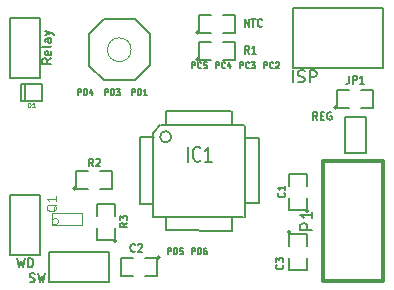
<source format=gto>
G04 (created by PCBNEW (2011-nov-30)-testing) date Sun 23 Sep 2012 15:15:45 EDT*
%MOIN*%
G04 Gerber Fmt 3.4, Leading zero omitted, Abs format*
%FSLAX34Y34*%
G01*
G70*
G90*
G04 APERTURE LIST*
%ADD10C,0.006*%
%ADD11C,0.0039*%
%ADD12C,0.0079*%
%ADD13C,0.005*%
%ADD14C,0.012*%
%ADD15C,0.008*%
%ADD16C,0.0031*%
%ADD17C,0.003*%
G04 APERTURE END LIST*
G54D10*
G54D11*
X53828Y-37772D02*
G75*
G03X53828Y-37772I-395J0D01*
G74*
G01*
G54D12*
X54457Y-37260D02*
X53945Y-36748D01*
X52409Y-37260D02*
X52921Y-36748D01*
X52921Y-38796D02*
X52409Y-38323D01*
X54457Y-37260D02*
X54457Y-38284D01*
X54457Y-38284D02*
X53945Y-38796D01*
X53945Y-36748D02*
X52921Y-36748D01*
X52409Y-37260D02*
X52409Y-38284D01*
X52921Y-38796D02*
X53945Y-38796D01*
G54D10*
X58080Y-42890D02*
X57630Y-42890D01*
X58080Y-40710D02*
X57640Y-40710D01*
X58080Y-42890D02*
X58080Y-40710D01*
X57200Y-43360D02*
X57200Y-43790D01*
X54990Y-43370D02*
X54990Y-43790D01*
X54980Y-43790D02*
X57200Y-43800D01*
X55000Y-39820D02*
X57170Y-39810D01*
X54570Y-40510D02*
X54570Y-43340D01*
X57180Y-39820D02*
X57180Y-40230D01*
X54820Y-40270D02*
X57600Y-40270D01*
X57620Y-43350D02*
X57620Y-40310D01*
X54570Y-43350D02*
X57570Y-43350D01*
X54120Y-40680D02*
X54120Y-42900D01*
X54120Y-42900D02*
X54570Y-42900D01*
X54574Y-40500D02*
X54804Y-40270D01*
X54122Y-40680D02*
X54574Y-40680D01*
X55000Y-40270D02*
X55000Y-39818D01*
X55170Y-40674D02*
G75*
G03X55170Y-40674I-188J0D01*
G74*
G01*
G54D13*
X52000Y-42400D02*
G75*
G03X52000Y-42400I-50J0D01*
G74*
G01*
X52400Y-42400D02*
X52000Y-42400D01*
X52000Y-42400D02*
X52000Y-41800D01*
X52000Y-41800D02*
X52400Y-41800D01*
X52800Y-41800D02*
X53200Y-41800D01*
X53200Y-41800D02*
X53200Y-42400D01*
X53200Y-42400D02*
X52800Y-42400D01*
X56100Y-38100D02*
G75*
G03X56100Y-38100I-50J0D01*
G74*
G01*
X56500Y-38100D02*
X56100Y-38100D01*
X56100Y-38100D02*
X56100Y-37500D01*
X56100Y-37500D02*
X56500Y-37500D01*
X56900Y-37500D02*
X57300Y-37500D01*
X57300Y-37500D02*
X57300Y-38100D01*
X57300Y-38100D02*
X56900Y-38100D01*
X59750Y-43150D02*
G75*
G03X59750Y-43150I-50J0D01*
G74*
G01*
X59700Y-42700D02*
X59700Y-43100D01*
X59700Y-43100D02*
X59100Y-43100D01*
X59100Y-43100D02*
X59100Y-42700D01*
X59100Y-42300D02*
X59100Y-41900D01*
X59100Y-41900D02*
X59700Y-41900D01*
X59700Y-41900D02*
X59700Y-42300D01*
G54D14*
X60209Y-45480D02*
X60209Y-41480D01*
X60209Y-41480D02*
X62209Y-41480D01*
X62209Y-41480D02*
X62209Y-45480D01*
X62209Y-45480D02*
X60209Y-45480D01*
G54D15*
X59217Y-36378D02*
X62217Y-36378D01*
X62217Y-38378D02*
X59217Y-38378D01*
X59217Y-38378D02*
X59217Y-36378D01*
X62217Y-36378D02*
X62217Y-38378D01*
G54D10*
X49800Y-42600D02*
X50800Y-42600D01*
X50800Y-42600D02*
X50800Y-44600D01*
X50800Y-44600D02*
X49800Y-44600D01*
X49800Y-44600D02*
X49800Y-42600D01*
X53100Y-44500D02*
X53100Y-45500D01*
X53100Y-45500D02*
X51100Y-45500D01*
X51100Y-45500D02*
X51100Y-44500D01*
X51100Y-44500D02*
X53100Y-44500D01*
G54D13*
X61650Y-41200D02*
X60950Y-41200D01*
X60950Y-41200D02*
X60950Y-40000D01*
X60950Y-40000D02*
X61650Y-40000D01*
X61650Y-40000D02*
X61650Y-41200D01*
X56100Y-37200D02*
G75*
G03X56100Y-37200I-50J0D01*
G74*
G01*
X56500Y-37200D02*
X56100Y-37200D01*
X56100Y-37200D02*
X56100Y-36600D01*
X56100Y-36600D02*
X56500Y-36600D01*
X56900Y-36600D02*
X57300Y-36600D01*
X57300Y-36600D02*
X57300Y-37200D01*
X57300Y-37200D02*
X56900Y-37200D01*
X53350Y-44150D02*
G75*
G03X53350Y-44150I-50J0D01*
G74*
G01*
X53300Y-43700D02*
X53300Y-44100D01*
X53300Y-44100D02*
X52700Y-44100D01*
X52700Y-44100D02*
X52700Y-43700D01*
X52700Y-43300D02*
X52700Y-42900D01*
X52700Y-42900D02*
X53300Y-42900D01*
X53300Y-42900D02*
X53300Y-43300D01*
X59150Y-43850D02*
G75*
G03X59150Y-43850I-50J0D01*
G74*
G01*
X59100Y-44300D02*
X59100Y-43900D01*
X59100Y-43900D02*
X59700Y-43900D01*
X59700Y-43900D02*
X59700Y-44300D01*
X59700Y-44700D02*
X59700Y-45100D01*
X59700Y-45100D02*
X59100Y-45100D01*
X59100Y-45100D02*
X59100Y-44700D01*
X54800Y-44700D02*
G75*
G03X54800Y-44700I-50J0D01*
G74*
G01*
X54300Y-44700D02*
X54700Y-44700D01*
X54700Y-44700D02*
X54700Y-45300D01*
X54700Y-45300D02*
X54300Y-45300D01*
X53900Y-45300D02*
X53500Y-45300D01*
X53500Y-45300D02*
X53500Y-44700D01*
X53500Y-44700D02*
X53900Y-44700D01*
G54D10*
X49800Y-36700D02*
X50800Y-36700D01*
X50800Y-36700D02*
X50800Y-38700D01*
X50800Y-38700D02*
X49800Y-38700D01*
X49800Y-38700D02*
X49800Y-36700D01*
G54D16*
X51406Y-43500D02*
G75*
G03X51406Y-43500I-106J0D01*
G74*
G01*
X52200Y-43200D02*
X52200Y-43600D01*
X51175Y-43200D02*
X51175Y-43600D01*
X52200Y-43600D02*
X51175Y-43600D01*
X51175Y-43200D02*
X52200Y-43200D01*
G54D13*
X50303Y-39476D02*
X50303Y-38924D01*
X50146Y-39476D02*
X50854Y-39476D01*
X50854Y-39476D02*
X50854Y-38924D01*
X50854Y-38924D02*
X50146Y-38924D01*
X50146Y-38924D02*
X50146Y-39476D01*
X60700Y-39700D02*
G75*
G03X60700Y-39700I-50J0D01*
G74*
G01*
X61100Y-39700D02*
X60700Y-39700D01*
X60700Y-39700D02*
X60700Y-39100D01*
X60700Y-39100D02*
X61100Y-39100D01*
X61500Y-39100D02*
X61900Y-39100D01*
X61900Y-39100D02*
X61900Y-39700D01*
X61900Y-39700D02*
X61500Y-39700D01*
G54D15*
X55710Y-41502D02*
X55710Y-41002D01*
X56129Y-41455D02*
X56110Y-41479D01*
X56053Y-41502D01*
X56015Y-41502D01*
X55957Y-41479D01*
X55919Y-41431D01*
X55900Y-41383D01*
X55881Y-41288D01*
X55881Y-41217D01*
X55900Y-41121D01*
X55919Y-41074D01*
X55957Y-41026D01*
X56015Y-41002D01*
X56053Y-41002D01*
X56110Y-41026D01*
X56129Y-41050D01*
X56510Y-41502D02*
X56281Y-41502D01*
X56395Y-41502D02*
X56395Y-41002D01*
X56357Y-41074D01*
X56319Y-41121D01*
X56281Y-41145D01*
G54D13*
X52558Y-41651D02*
X52475Y-41532D01*
X52416Y-41651D02*
X52416Y-41401D01*
X52511Y-41401D01*
X52535Y-41413D01*
X52546Y-41425D01*
X52558Y-41449D01*
X52558Y-41485D01*
X52546Y-41508D01*
X52535Y-41520D01*
X52511Y-41532D01*
X52416Y-41532D01*
X52654Y-41425D02*
X52666Y-41413D01*
X52689Y-41401D01*
X52749Y-41401D01*
X52773Y-41413D01*
X52785Y-41425D01*
X52796Y-41449D01*
X52796Y-41473D01*
X52785Y-41508D01*
X52642Y-41651D01*
X52796Y-41651D01*
X57758Y-37901D02*
X57675Y-37782D01*
X57616Y-37901D02*
X57616Y-37651D01*
X57711Y-37651D01*
X57735Y-37663D01*
X57746Y-37675D01*
X57758Y-37699D01*
X57758Y-37735D01*
X57746Y-37758D01*
X57735Y-37770D01*
X57711Y-37782D01*
X57616Y-37782D01*
X57996Y-37901D02*
X57854Y-37901D01*
X57925Y-37901D02*
X57925Y-37651D01*
X57901Y-37687D01*
X57877Y-37711D01*
X57854Y-37723D01*
X58938Y-42540D02*
X58950Y-42552D01*
X58962Y-42587D01*
X58962Y-42611D01*
X58950Y-42647D01*
X58926Y-42671D01*
X58903Y-42682D01*
X58855Y-42694D01*
X58819Y-42694D01*
X58772Y-42682D01*
X58748Y-42671D01*
X58724Y-42647D01*
X58712Y-42611D01*
X58712Y-42587D01*
X58724Y-42552D01*
X58736Y-42540D01*
X58962Y-42302D02*
X58962Y-42444D01*
X58962Y-42373D02*
X58712Y-42373D01*
X58748Y-42397D01*
X58772Y-42421D01*
X58784Y-42444D01*
G54D15*
X59871Y-43775D02*
X59471Y-43775D01*
X59471Y-43622D01*
X59490Y-43584D01*
X59509Y-43565D01*
X59547Y-43546D01*
X59604Y-43546D01*
X59642Y-43565D01*
X59661Y-43584D01*
X59680Y-43622D01*
X59680Y-43775D01*
X59871Y-43165D02*
X59871Y-43394D01*
X59871Y-43280D02*
X59471Y-43280D01*
X59528Y-43318D01*
X59566Y-43356D01*
X59585Y-43394D01*
X59210Y-38862D02*
X59210Y-38462D01*
X59381Y-38843D02*
X59438Y-38862D01*
X59534Y-38862D01*
X59572Y-38843D01*
X59591Y-38824D01*
X59610Y-38786D01*
X59610Y-38748D01*
X59591Y-38710D01*
X59572Y-38690D01*
X59534Y-38671D01*
X59457Y-38652D01*
X59419Y-38633D01*
X59400Y-38614D01*
X59381Y-38576D01*
X59381Y-38538D01*
X59400Y-38500D01*
X59419Y-38481D01*
X59457Y-38462D01*
X59553Y-38462D01*
X59610Y-38481D01*
X59781Y-38862D02*
X59781Y-38462D01*
X59934Y-38462D01*
X59972Y-38481D01*
X59991Y-38500D01*
X60010Y-38538D01*
X60010Y-38595D01*
X59991Y-38633D01*
X59972Y-38652D01*
X59934Y-38671D01*
X59781Y-38671D01*
G54D10*
X50022Y-44721D02*
X50093Y-45021D01*
X50150Y-44807D01*
X50208Y-45021D01*
X50279Y-44721D01*
X50393Y-45021D02*
X50393Y-44721D01*
X50465Y-44721D01*
X50508Y-44736D01*
X50536Y-44764D01*
X50551Y-44793D01*
X50565Y-44850D01*
X50565Y-44893D01*
X50551Y-44950D01*
X50536Y-44979D01*
X50508Y-45007D01*
X50465Y-45021D01*
X50393Y-45021D01*
X50443Y-45507D02*
X50486Y-45521D01*
X50557Y-45521D01*
X50586Y-45507D01*
X50600Y-45493D01*
X50615Y-45464D01*
X50615Y-45436D01*
X50600Y-45407D01*
X50586Y-45393D01*
X50557Y-45379D01*
X50500Y-45364D01*
X50472Y-45350D01*
X50457Y-45336D01*
X50443Y-45307D01*
X50443Y-45279D01*
X50457Y-45250D01*
X50472Y-45236D01*
X50500Y-45221D01*
X50572Y-45221D01*
X50615Y-45236D01*
X50715Y-45221D02*
X50786Y-45521D01*
X50843Y-45307D01*
X50901Y-45521D01*
X50972Y-45221D01*
G54D13*
X55853Y-44589D02*
X55853Y-44389D01*
X55929Y-44389D01*
X55948Y-44398D01*
X55957Y-44408D01*
X55967Y-44427D01*
X55967Y-44456D01*
X55957Y-44475D01*
X55948Y-44484D01*
X55929Y-44494D01*
X55853Y-44494D01*
X56053Y-44589D02*
X56053Y-44389D01*
X56100Y-44389D01*
X56129Y-44398D01*
X56148Y-44418D01*
X56157Y-44437D01*
X56167Y-44475D01*
X56167Y-44503D01*
X56157Y-44541D01*
X56148Y-44560D01*
X56129Y-44579D01*
X56100Y-44589D01*
X56053Y-44589D01*
X56338Y-44389D02*
X56300Y-44389D01*
X56281Y-44398D01*
X56272Y-44408D01*
X56253Y-44437D01*
X56243Y-44475D01*
X56243Y-44551D01*
X56253Y-44570D01*
X56262Y-44579D01*
X56281Y-44589D01*
X56319Y-44589D01*
X56338Y-44579D01*
X56348Y-44570D01*
X56357Y-44551D01*
X56357Y-44503D01*
X56348Y-44484D01*
X56338Y-44475D01*
X56319Y-44465D01*
X56281Y-44465D01*
X56262Y-44475D01*
X56253Y-44484D01*
X56243Y-44503D01*
X55053Y-44589D02*
X55053Y-44389D01*
X55129Y-44389D01*
X55148Y-44398D01*
X55157Y-44408D01*
X55167Y-44427D01*
X55167Y-44456D01*
X55157Y-44475D01*
X55148Y-44484D01*
X55129Y-44494D01*
X55053Y-44494D01*
X55253Y-44589D02*
X55253Y-44389D01*
X55300Y-44389D01*
X55329Y-44398D01*
X55348Y-44418D01*
X55357Y-44437D01*
X55367Y-44475D01*
X55367Y-44503D01*
X55357Y-44541D01*
X55348Y-44560D01*
X55329Y-44579D01*
X55300Y-44589D01*
X55253Y-44589D01*
X55548Y-44389D02*
X55453Y-44389D01*
X55443Y-44484D01*
X55453Y-44475D01*
X55472Y-44465D01*
X55519Y-44465D01*
X55538Y-44475D01*
X55548Y-44484D01*
X55557Y-44503D01*
X55557Y-44551D01*
X55548Y-44570D01*
X55538Y-44579D01*
X55519Y-44589D01*
X55472Y-44589D01*
X55453Y-44579D01*
X55443Y-44570D01*
X52053Y-39289D02*
X52053Y-39089D01*
X52129Y-39089D01*
X52148Y-39098D01*
X52157Y-39108D01*
X52167Y-39127D01*
X52167Y-39156D01*
X52157Y-39175D01*
X52148Y-39184D01*
X52129Y-39194D01*
X52053Y-39194D01*
X52253Y-39289D02*
X52253Y-39089D01*
X52300Y-39089D01*
X52329Y-39098D01*
X52348Y-39118D01*
X52357Y-39137D01*
X52367Y-39175D01*
X52367Y-39203D01*
X52357Y-39241D01*
X52348Y-39260D01*
X52329Y-39279D01*
X52300Y-39289D01*
X52253Y-39289D01*
X52538Y-39156D02*
X52538Y-39289D01*
X52491Y-39079D02*
X52443Y-39222D01*
X52567Y-39222D01*
X52953Y-39289D02*
X52953Y-39089D01*
X53029Y-39089D01*
X53048Y-39098D01*
X53057Y-39108D01*
X53067Y-39127D01*
X53067Y-39156D01*
X53057Y-39175D01*
X53048Y-39184D01*
X53029Y-39194D01*
X52953Y-39194D01*
X53153Y-39289D02*
X53153Y-39089D01*
X53200Y-39089D01*
X53229Y-39098D01*
X53248Y-39118D01*
X53257Y-39137D01*
X53267Y-39175D01*
X53267Y-39203D01*
X53257Y-39241D01*
X53248Y-39260D01*
X53229Y-39279D01*
X53200Y-39289D01*
X53153Y-39289D01*
X53334Y-39089D02*
X53457Y-39089D01*
X53391Y-39165D01*
X53419Y-39165D01*
X53438Y-39175D01*
X53448Y-39184D01*
X53457Y-39203D01*
X53457Y-39251D01*
X53448Y-39270D01*
X53438Y-39279D01*
X53419Y-39289D01*
X53362Y-39289D01*
X53343Y-39279D01*
X53334Y-39270D01*
X53853Y-39289D02*
X53853Y-39089D01*
X53929Y-39089D01*
X53948Y-39098D01*
X53957Y-39108D01*
X53967Y-39127D01*
X53967Y-39156D01*
X53957Y-39175D01*
X53948Y-39184D01*
X53929Y-39194D01*
X53853Y-39194D01*
X54053Y-39289D02*
X54053Y-39089D01*
X54100Y-39089D01*
X54129Y-39098D01*
X54148Y-39118D01*
X54157Y-39137D01*
X54167Y-39175D01*
X54167Y-39203D01*
X54157Y-39241D01*
X54148Y-39260D01*
X54129Y-39279D01*
X54100Y-39289D01*
X54053Y-39289D01*
X54357Y-39289D02*
X54243Y-39289D01*
X54300Y-39289D02*
X54300Y-39089D01*
X54281Y-39118D01*
X54262Y-39137D01*
X54243Y-39146D01*
X55853Y-38389D02*
X55853Y-38189D01*
X55929Y-38189D01*
X55948Y-38198D01*
X55957Y-38208D01*
X55967Y-38227D01*
X55967Y-38256D01*
X55957Y-38275D01*
X55948Y-38284D01*
X55929Y-38294D01*
X55853Y-38294D01*
X56167Y-38370D02*
X56157Y-38379D01*
X56129Y-38389D01*
X56110Y-38389D01*
X56081Y-38379D01*
X56062Y-38360D01*
X56053Y-38341D01*
X56043Y-38303D01*
X56043Y-38275D01*
X56053Y-38237D01*
X56062Y-38218D01*
X56081Y-38198D01*
X56110Y-38189D01*
X56129Y-38189D01*
X56157Y-38198D01*
X56167Y-38208D01*
X56348Y-38189D02*
X56253Y-38189D01*
X56243Y-38284D01*
X56253Y-38275D01*
X56272Y-38265D01*
X56319Y-38265D01*
X56338Y-38275D01*
X56348Y-38284D01*
X56357Y-38303D01*
X56357Y-38351D01*
X56348Y-38370D01*
X56338Y-38379D01*
X56319Y-38389D01*
X56272Y-38389D01*
X56253Y-38379D01*
X56243Y-38370D01*
X56653Y-38389D02*
X56653Y-38189D01*
X56729Y-38189D01*
X56748Y-38198D01*
X56757Y-38208D01*
X56767Y-38227D01*
X56767Y-38256D01*
X56757Y-38275D01*
X56748Y-38284D01*
X56729Y-38294D01*
X56653Y-38294D01*
X56967Y-38370D02*
X56957Y-38379D01*
X56929Y-38389D01*
X56910Y-38389D01*
X56881Y-38379D01*
X56862Y-38360D01*
X56853Y-38341D01*
X56843Y-38303D01*
X56843Y-38275D01*
X56853Y-38237D01*
X56862Y-38218D01*
X56881Y-38198D01*
X56910Y-38189D01*
X56929Y-38189D01*
X56957Y-38198D01*
X56967Y-38208D01*
X57138Y-38256D02*
X57138Y-38389D01*
X57091Y-38179D02*
X57043Y-38322D01*
X57167Y-38322D01*
X57453Y-38389D02*
X57453Y-38189D01*
X57529Y-38189D01*
X57548Y-38198D01*
X57557Y-38208D01*
X57567Y-38227D01*
X57567Y-38256D01*
X57557Y-38275D01*
X57548Y-38284D01*
X57529Y-38294D01*
X57453Y-38294D01*
X57767Y-38370D02*
X57757Y-38379D01*
X57729Y-38389D01*
X57710Y-38389D01*
X57681Y-38379D01*
X57662Y-38360D01*
X57653Y-38341D01*
X57643Y-38303D01*
X57643Y-38275D01*
X57653Y-38237D01*
X57662Y-38218D01*
X57681Y-38198D01*
X57710Y-38189D01*
X57729Y-38189D01*
X57757Y-38198D01*
X57767Y-38208D01*
X57834Y-38189D02*
X57957Y-38189D01*
X57891Y-38265D01*
X57919Y-38265D01*
X57938Y-38275D01*
X57948Y-38284D01*
X57957Y-38303D01*
X57957Y-38351D01*
X57948Y-38370D01*
X57938Y-38379D01*
X57919Y-38389D01*
X57862Y-38389D01*
X57843Y-38379D01*
X57834Y-38370D01*
X58253Y-38389D02*
X58253Y-38189D01*
X58329Y-38189D01*
X58348Y-38198D01*
X58357Y-38208D01*
X58367Y-38227D01*
X58367Y-38256D01*
X58357Y-38275D01*
X58348Y-38284D01*
X58329Y-38294D01*
X58253Y-38294D01*
X58567Y-38370D02*
X58557Y-38379D01*
X58529Y-38389D01*
X58510Y-38389D01*
X58481Y-38379D01*
X58462Y-38360D01*
X58453Y-38341D01*
X58443Y-38303D01*
X58443Y-38275D01*
X58453Y-38237D01*
X58462Y-38218D01*
X58481Y-38198D01*
X58510Y-38189D01*
X58529Y-38189D01*
X58557Y-38198D01*
X58567Y-38208D01*
X58643Y-38208D02*
X58653Y-38198D01*
X58672Y-38189D01*
X58719Y-38189D01*
X58738Y-38198D01*
X58748Y-38208D01*
X58757Y-38227D01*
X58757Y-38246D01*
X58748Y-38275D01*
X58634Y-38389D01*
X58757Y-38389D01*
X60039Y-40101D02*
X59956Y-39982D01*
X59897Y-40101D02*
X59897Y-39851D01*
X59992Y-39851D01*
X60016Y-39863D01*
X60027Y-39875D01*
X60039Y-39899D01*
X60039Y-39935D01*
X60027Y-39958D01*
X60016Y-39970D01*
X59992Y-39982D01*
X59897Y-39982D01*
X60147Y-39970D02*
X60230Y-39970D01*
X60266Y-40101D02*
X60147Y-40101D01*
X60147Y-39851D01*
X60266Y-39851D01*
X60503Y-39863D02*
X60480Y-39851D01*
X60444Y-39851D01*
X60408Y-39863D01*
X60384Y-39887D01*
X60373Y-39911D01*
X60361Y-39958D01*
X60361Y-39994D01*
X60373Y-40042D01*
X60384Y-40065D01*
X60408Y-40089D01*
X60444Y-40101D01*
X60468Y-40101D01*
X60503Y-40089D01*
X60515Y-40077D01*
X60515Y-39994D01*
X60468Y-39994D01*
X57609Y-37001D02*
X57609Y-36751D01*
X57751Y-37001D01*
X57751Y-36751D01*
X57835Y-36751D02*
X57978Y-36751D01*
X57906Y-37001D02*
X57906Y-36751D01*
X58203Y-36977D02*
X58191Y-36989D01*
X58156Y-37001D01*
X58132Y-37001D01*
X58096Y-36989D01*
X58072Y-36965D01*
X58061Y-36942D01*
X58049Y-36894D01*
X58049Y-36858D01*
X58061Y-36811D01*
X58072Y-36787D01*
X58096Y-36763D01*
X58132Y-36751D01*
X58156Y-36751D01*
X58191Y-36763D01*
X58203Y-36775D01*
X53701Y-43542D02*
X53582Y-43625D01*
X53701Y-43684D02*
X53451Y-43684D01*
X53451Y-43589D01*
X53463Y-43565D01*
X53475Y-43554D01*
X53499Y-43542D01*
X53535Y-43542D01*
X53558Y-43554D01*
X53570Y-43565D01*
X53582Y-43589D01*
X53582Y-43684D01*
X53451Y-43458D02*
X53451Y-43304D01*
X53546Y-43387D01*
X53546Y-43351D01*
X53558Y-43327D01*
X53570Y-43315D01*
X53594Y-43304D01*
X53654Y-43304D01*
X53677Y-43315D01*
X53689Y-43327D01*
X53701Y-43351D01*
X53701Y-43423D01*
X53689Y-43446D01*
X53677Y-43458D01*
X58877Y-44942D02*
X58889Y-44954D01*
X58901Y-44989D01*
X58901Y-45013D01*
X58889Y-45049D01*
X58865Y-45073D01*
X58842Y-45084D01*
X58794Y-45096D01*
X58758Y-45096D01*
X58711Y-45084D01*
X58687Y-45073D01*
X58663Y-45049D01*
X58651Y-45013D01*
X58651Y-44989D01*
X58663Y-44954D01*
X58675Y-44942D01*
X58651Y-44858D02*
X58651Y-44704D01*
X58746Y-44787D01*
X58746Y-44751D01*
X58758Y-44727D01*
X58770Y-44715D01*
X58794Y-44704D01*
X58854Y-44704D01*
X58877Y-44715D01*
X58889Y-44727D01*
X58901Y-44751D01*
X58901Y-44823D01*
X58889Y-44846D01*
X58877Y-44858D01*
X53958Y-44477D02*
X53946Y-44489D01*
X53911Y-44501D01*
X53887Y-44501D01*
X53851Y-44489D01*
X53827Y-44465D01*
X53816Y-44442D01*
X53804Y-44394D01*
X53804Y-44358D01*
X53816Y-44311D01*
X53827Y-44287D01*
X53851Y-44263D01*
X53887Y-44251D01*
X53911Y-44251D01*
X53946Y-44263D01*
X53958Y-44275D01*
X54054Y-44275D02*
X54066Y-44263D01*
X54089Y-44251D01*
X54149Y-44251D01*
X54173Y-44263D01*
X54185Y-44275D01*
X54196Y-44299D01*
X54196Y-44323D01*
X54185Y-44358D01*
X54042Y-44501D01*
X54196Y-44501D01*
G54D10*
X51171Y-38064D02*
X51029Y-38164D01*
X51171Y-38236D02*
X50871Y-38236D01*
X50871Y-38121D01*
X50886Y-38093D01*
X50900Y-38078D01*
X50929Y-38064D01*
X50971Y-38064D01*
X51000Y-38078D01*
X51014Y-38093D01*
X51029Y-38121D01*
X51029Y-38236D01*
X51157Y-37821D02*
X51171Y-37850D01*
X51171Y-37907D01*
X51157Y-37936D01*
X51129Y-37950D01*
X51014Y-37950D01*
X50986Y-37936D01*
X50971Y-37907D01*
X50971Y-37850D01*
X50986Y-37821D01*
X51014Y-37807D01*
X51043Y-37807D01*
X51071Y-37950D01*
X51171Y-37636D02*
X51157Y-37664D01*
X51129Y-37679D01*
X50871Y-37679D01*
X51171Y-37393D02*
X51014Y-37393D01*
X50986Y-37407D01*
X50971Y-37436D01*
X50971Y-37493D01*
X50986Y-37522D01*
X51157Y-37393D02*
X51171Y-37422D01*
X51171Y-37493D01*
X51157Y-37522D01*
X51129Y-37536D01*
X51100Y-37536D01*
X51071Y-37522D01*
X51057Y-37493D01*
X51057Y-37422D01*
X51043Y-37393D01*
X50971Y-37279D02*
X51171Y-37208D01*
X50971Y-37136D02*
X51171Y-37208D01*
X51243Y-37236D01*
X51257Y-37251D01*
X51271Y-37279D01*
G54D17*
X51350Y-42929D02*
X51336Y-42957D01*
X51307Y-42986D01*
X51264Y-43029D01*
X51250Y-43057D01*
X51250Y-43086D01*
X51321Y-43071D02*
X51307Y-43100D01*
X51279Y-43129D01*
X51221Y-43143D01*
X51121Y-43143D01*
X51064Y-43129D01*
X51036Y-43100D01*
X51021Y-43071D01*
X51021Y-43014D01*
X51036Y-42986D01*
X51064Y-42957D01*
X51121Y-42943D01*
X51221Y-42943D01*
X51279Y-42957D01*
X51307Y-42986D01*
X51321Y-43014D01*
X51321Y-43071D01*
X51321Y-42657D02*
X51321Y-42829D01*
X51321Y-42743D02*
X51021Y-42743D01*
X51064Y-42772D01*
X51093Y-42800D01*
X51107Y-42829D01*
G54D11*
X50384Y-39696D02*
X50384Y-39539D01*
X50422Y-39539D01*
X50444Y-39547D01*
X50459Y-39561D01*
X50467Y-39576D01*
X50474Y-39606D01*
X50474Y-39629D01*
X50467Y-39659D01*
X50459Y-39674D01*
X50444Y-39689D01*
X50422Y-39696D01*
X50384Y-39696D01*
X50624Y-39696D02*
X50534Y-39696D01*
X50579Y-39696D02*
X50579Y-39539D01*
X50564Y-39561D01*
X50549Y-39576D01*
X50534Y-39584D01*
G54D13*
X61092Y-38651D02*
X61092Y-38830D01*
X61080Y-38865D01*
X61056Y-38889D01*
X61021Y-38901D01*
X60997Y-38901D01*
X61211Y-38901D02*
X61211Y-38651D01*
X61306Y-38651D01*
X61330Y-38663D01*
X61341Y-38675D01*
X61353Y-38699D01*
X61353Y-38735D01*
X61341Y-38758D01*
X61330Y-38770D01*
X61306Y-38782D01*
X61211Y-38782D01*
X61591Y-38901D02*
X61449Y-38901D01*
X61520Y-38901D02*
X61520Y-38651D01*
X61496Y-38687D01*
X61472Y-38711D01*
X61449Y-38723D01*
M02*

</source>
